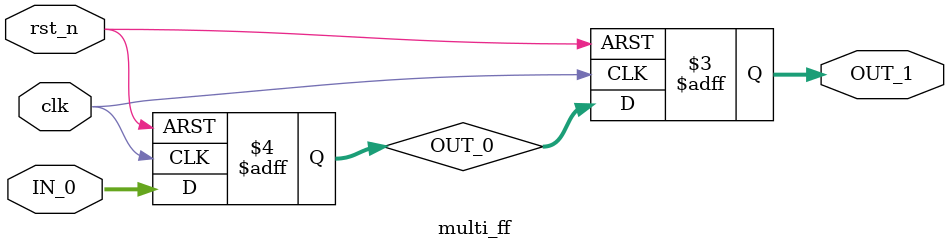
<source format=sv>
module multi_ff #(
    parameter WIDTH = 4
)(
    input  logic rst_n, // Asynchronous Negative Edge Trigger Reset
    input  logic clk, // CLK

    input  logic [WIDTH-1:0] IN_0, // Input - Output 
    output logic [WIDTH-1:0] OUT_1
);

    logic [WIDTH-1:0] OUT_0; // Input 1 

    // Multi-stage synchronizer (2 Flip-Flops) to prevent metastability [cite: 113]
    always_ff @(posedge clk or negedge rst_n) begin
        if (!rst_n) begin
            OUT_0   <= '0;
            OUT_1 <= '0; // Reset
        end else begin
            OUT_0 <= IN_0;
            OUT_1 <= OUT_0; // IN0 to OUT0 , OUT0 to OUT1
        end
    end

endmodule
</source>
